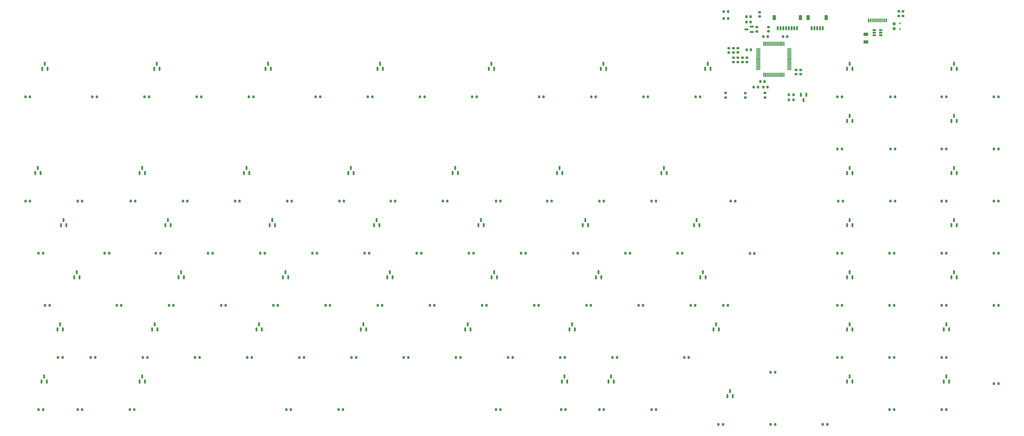
<source format=gbr>
%TF.GenerationSoftware,KiCad,Pcbnew,8.0.5*%
%TF.CreationDate,2024-09-24T18:12:57+02:00*%
%TF.ProjectId,E80-1800-pcb-universal,4538302d-3138-4303-902d-7063622d756e,rev?*%
%TF.SameCoordinates,Original*%
%TF.FileFunction,Paste,Bot*%
%TF.FilePolarity,Positive*%
%FSLAX46Y46*%
G04 Gerber Fmt 4.6, Leading zero omitted, Abs format (unit mm)*
G04 Created by KiCad (PCBNEW 8.0.5) date 2024-09-24 18:12:57*
%MOMM*%
%LPD*%
G01*
G04 APERTURE LIST*
G04 Aperture macros list*
%AMRoundRect*
0 Rectangle with rounded corners*
0 $1 Rounding radius*
0 $2 $3 $4 $5 $6 $7 $8 $9 X,Y pos of 4 corners*
0 Add a 4 corners polygon primitive as box body*
4,1,4,$2,$3,$4,$5,$6,$7,$8,$9,$2,$3,0*
0 Add four circle primitives for the rounded corners*
1,1,$1+$1,$2,$3*
1,1,$1+$1,$4,$5*
1,1,$1+$1,$6,$7*
1,1,$1+$1,$8,$9*
0 Add four rect primitives between the rounded corners*
20,1,$1+$1,$2,$3,$4,$5,0*
20,1,$1+$1,$4,$5,$6,$7,0*
20,1,$1+$1,$6,$7,$8,$9,0*
20,1,$1+$1,$8,$9,$2,$3,0*%
G04 Aperture macros list end*
%ADD10RoundRect,0.225000X0.225000X0.250000X-0.225000X0.250000X-0.225000X-0.250000X0.225000X-0.250000X0*%
%ADD11RoundRect,0.200000X-0.200000X-0.275000X0.200000X-0.275000X0.200000X0.275000X-0.200000X0.275000X0*%
%ADD12RoundRect,0.200000X0.275000X-0.200000X0.275000X0.200000X-0.275000X0.200000X-0.275000X-0.200000X0*%
%ADD13RoundRect,0.075000X-0.700000X-0.075000X0.700000X-0.075000X0.700000X0.075000X-0.700000X0.075000X0*%
%ADD14RoundRect,0.075000X-0.075000X-0.700000X0.075000X-0.700000X0.075000X0.700000X-0.075000X0.700000X0*%
%ADD15RoundRect,0.150000X0.150000X-0.587500X0.150000X0.587500X-0.150000X0.587500X-0.150000X-0.587500X0*%
%ADD16RoundRect,0.200000X0.200000X0.275000X-0.200000X0.275000X-0.200000X-0.275000X0.200000X-0.275000X0*%
%ADD17RoundRect,0.150000X0.475000X0.150000X-0.475000X0.150000X-0.475000X-0.150000X0.475000X-0.150000X0*%
%ADD18RoundRect,0.225000X-0.225000X-0.250000X0.225000X-0.250000X0.225000X0.250000X-0.225000X0.250000X0*%
%ADD19R,0.600000X1.450000*%
%ADD20R,0.300000X1.450000*%
%ADD21RoundRect,0.237500X0.237500X-0.287500X0.237500X0.287500X-0.237500X0.287500X-0.237500X-0.287500X0*%
%ADD22RoundRect,0.225000X0.250000X-0.225000X0.250000X0.225000X-0.250000X0.225000X-0.250000X-0.225000X0*%
%ADD23RoundRect,0.150000X0.587500X0.150000X-0.587500X0.150000X-0.587500X-0.150000X0.587500X-0.150000X0*%
%ADD24RoundRect,0.200000X-0.275000X0.200000X-0.275000X-0.200000X0.275000X-0.200000X0.275000X0.200000X0*%
%ADD25RoundRect,0.150000X-0.150000X0.587500X-0.150000X-0.587500X0.150000X-0.587500X0.150000X0.587500X0*%
%ADD26RoundRect,0.225000X-0.250000X0.225000X-0.250000X-0.225000X0.250000X-0.225000X0.250000X0.225000X0*%
%ADD27RoundRect,0.250000X0.625000X-0.375000X0.625000X0.375000X-0.625000X0.375000X-0.625000X-0.375000X0*%
%ADD28RoundRect,0.150000X-0.150000X-0.625000X0.150000X-0.625000X0.150000X0.625000X-0.150000X0.625000X0*%
%ADD29RoundRect,0.250000X-0.350000X-0.650000X0.350000X-0.650000X0.350000X0.650000X-0.350000X0.650000X0*%
%ADD30RoundRect,0.112500X-0.112500X0.187500X-0.112500X-0.187500X0.112500X-0.187500X0.112500X0.187500X0*%
G04 APERTURE END LIST*
D10*
%TO.C,C11*%
X276125750Y16971500D03*
X274575750Y16971500D03*
%TD*%
%TO.C,C10*%
X283262390Y16971500D03*
X281712390Y16971500D03*
%TD*%
D11*
%TO.C,R3*%
X283884890Y-4265000D03*
X285534890Y-4265000D03*
%TD*%
%TO.C,R10*%
X270990750Y-1536500D03*
X272640750Y-1536500D03*
%TD*%
D12*
%TO.C,R12*%
X265247492Y7620500D03*
X265247492Y9270500D03*
%TD*%
D13*
%TO.C,U3*%
X272677250Y4949500D03*
X272677250Y5449500D03*
X272677250Y5949500D03*
X272677250Y6449500D03*
X272677250Y6949500D03*
X272677250Y7449500D03*
X272677250Y7949500D03*
X272677250Y8449500D03*
X272677250Y8949500D03*
X272677250Y9449500D03*
X272677250Y9949500D03*
X272677250Y10449500D03*
X272677250Y10949500D03*
X272677250Y11449500D03*
X272677250Y11949500D03*
X272677250Y12449500D03*
D14*
X274602250Y14374500D03*
X275102250Y14374500D03*
X275602250Y14374500D03*
X276102250Y14374500D03*
X276602250Y14374500D03*
X277102250Y14374500D03*
X277602250Y14374500D03*
X278102250Y14374500D03*
X278602250Y14374500D03*
X279102250Y14374500D03*
X279602250Y14374500D03*
X280102250Y14374500D03*
X280602250Y14374500D03*
X281102250Y14374500D03*
X281602250Y14374500D03*
X282102250Y14374500D03*
D13*
X284027250Y12449500D03*
X284027250Y11949500D03*
X284027250Y11449500D03*
X284027250Y10949500D03*
X284027250Y10449500D03*
X284027250Y9949500D03*
X284027250Y9449500D03*
X284027250Y8949500D03*
X284027250Y8449500D03*
X284027250Y7949500D03*
X284027250Y7449500D03*
X284027250Y6949500D03*
X284027250Y6449500D03*
X284027250Y5949500D03*
X284027250Y5449500D03*
X284027250Y4949500D03*
D14*
X282102250Y3024500D03*
X281602250Y3024500D03*
X281102250Y3024500D03*
X280602250Y3024500D03*
X280102250Y3024500D03*
X279602250Y3024500D03*
X279102250Y3024500D03*
X278602250Y3024500D03*
X278102250Y3024500D03*
X277602250Y3024500D03*
X277102250Y3024500D03*
X276602250Y3024500D03*
X276102250Y3024500D03*
X275602250Y3024500D03*
X275102250Y3024500D03*
X274602250Y3024500D03*
%TD*%
D15*
%TO.C,D5*%
X13142000Y5158500D03*
X11242000Y5158500D03*
X12192000Y7033500D03*
%TD*%
%TO.C,D6*%
X54036000Y5158500D03*
X52136000Y5158500D03*
X53086000Y7033500D03*
%TD*%
%TO.C,D8*%
X135570000Y5158500D03*
X133670000Y5158500D03*
X134620000Y7033500D03*
%TD*%
%TO.C,D9*%
X176210000Y5158500D03*
X174310000Y5158500D03*
X175260000Y7033500D03*
%TD*%
%TO.C,D10*%
X217104000Y5158500D03*
X215204000Y5158500D03*
X216154000Y7033500D03*
%TD*%
%TO.C,D11*%
X255204000Y5158500D03*
X253304000Y5158500D03*
X254254000Y7033500D03*
%TD*%
%TO.C,D13*%
X345120000Y5158500D03*
X343220000Y5158500D03*
X344170000Y7033500D03*
%TD*%
%TO.C,D7*%
X94676000Y5158500D03*
X92776000Y5158500D03*
X93726000Y7033500D03*
%TD*%
%TO.C,D12*%
X307020000Y5158500D03*
X305120000Y5158500D03*
X306070000Y7033500D03*
%TD*%
%TO.C,D14*%
X307020000Y-13891500D03*
X305120000Y-13891500D03*
X306070000Y-12016500D03*
%TD*%
%TO.C,D15*%
X345120000Y-13891500D03*
X343220000Y-13891500D03*
X344170000Y-12016500D03*
%TD*%
%TO.C,D16*%
X10602000Y-32941500D03*
X8702000Y-32941500D03*
X9652000Y-31066500D03*
%TD*%
%TO.C,D17*%
X48702000Y-32941500D03*
X46802000Y-32941500D03*
X47752000Y-31066500D03*
%TD*%
%TO.C,D18*%
X86802000Y-32941500D03*
X84902000Y-32941500D03*
X85852000Y-31066500D03*
%TD*%
%TO.C,D19*%
X124902000Y-32941500D03*
X123002000Y-32941500D03*
X123952000Y-31066500D03*
%TD*%
%TO.C,D20*%
X163002000Y-32941500D03*
X161102000Y-32941500D03*
X162052000Y-31066500D03*
%TD*%
%TO.C,D21*%
X201102000Y-32941500D03*
X199202000Y-32941500D03*
X200152000Y-31066500D03*
%TD*%
%TO.C,D22*%
X239202000Y-32941500D03*
X237302000Y-32941500D03*
X238252000Y-31066500D03*
%TD*%
%TO.C,D23*%
X307020000Y-32941500D03*
X305120000Y-32941500D03*
X306070000Y-31066500D03*
%TD*%
%TO.C,D24*%
X345120000Y-32941500D03*
X343220000Y-32941500D03*
X344170000Y-31066500D03*
%TD*%
%TO.C,D25*%
X20000000Y-51991500D03*
X18100000Y-51991500D03*
X19050000Y-50116500D03*
%TD*%
%TO.C,D26*%
X58100000Y-51991500D03*
X56200000Y-51991500D03*
X57150000Y-50116500D03*
%TD*%
%TO.C,D27*%
X96200000Y-51991500D03*
X94300000Y-51991500D03*
X95250000Y-50116500D03*
%TD*%
%TO.C,D28*%
X134300000Y-51991500D03*
X132400000Y-51991500D03*
X133350000Y-50116500D03*
%TD*%
%TO.C,D29*%
X172400000Y-51991500D03*
X170500000Y-51991500D03*
X171450000Y-50116500D03*
%TD*%
%TO.C,D30*%
X210500000Y-51991500D03*
X208600000Y-51991500D03*
X209550000Y-50116500D03*
%TD*%
%TO.C,D31*%
X251140000Y-51991500D03*
X249240000Y-51991500D03*
X250190000Y-50116500D03*
%TD*%
%TO.C,D32*%
X307020000Y-51991500D03*
X305120000Y-51991500D03*
X306070000Y-50116500D03*
%TD*%
%TO.C,D33*%
X345120000Y-51991500D03*
X343220000Y-51991500D03*
X344170000Y-50116500D03*
%TD*%
%TO.C,D34*%
X24826000Y-71041500D03*
X22926000Y-71041500D03*
X23876000Y-69166500D03*
%TD*%
%TO.C,D35*%
X62926000Y-71041500D03*
X61026000Y-71041500D03*
X61976000Y-69166500D03*
%TD*%
%TO.C,D36*%
X101026000Y-71041500D03*
X99126000Y-71041500D03*
X100076000Y-69166500D03*
%TD*%
%TO.C,D38*%
X177226000Y-71041500D03*
X175326000Y-71041500D03*
X176276000Y-69166500D03*
%TD*%
%TO.C,D39*%
X215326000Y-71041500D03*
X213426000Y-71041500D03*
X214376000Y-69166500D03*
%TD*%
%TO.C,D40*%
X253426000Y-71041500D03*
X251526000Y-71041500D03*
X252476000Y-69166500D03*
%TD*%
%TO.C,D41*%
X307020000Y-71041500D03*
X305120000Y-71041500D03*
X306070000Y-69166500D03*
%TD*%
%TO.C,D42*%
X345120000Y-71041500D03*
X343220000Y-71041500D03*
X344170000Y-69166500D03*
%TD*%
%TO.C,D37*%
X139126000Y-71041500D03*
X137226000Y-71041500D03*
X138176000Y-69166500D03*
%TD*%
D16*
%TO.C,R43*%
X140128125Y-43180000D03*
X138478125Y-43180000D03*
%TD*%
%TO.C,R51*%
X322609640Y-43180000D03*
X320959640Y-43180000D03*
%TD*%
%TO.C,R48*%
X235378125Y-43180000D03*
X233728125Y-43180000D03*
%TD*%
%TO.C,R44*%
X159178125Y-43180000D03*
X157528125Y-43180000D03*
%TD*%
%TO.C,R38*%
X45193750Y-43180000D03*
X43543750Y-43180000D03*
%TD*%
%TO.C,R50*%
X303559640Y-43180000D03*
X301909640Y-43180000D03*
%TD*%
%TO.C,R47*%
X216328125Y-43180000D03*
X214678125Y-43180000D03*
%TD*%
%TO.C,R46*%
X197278125Y-43180000D03*
X195628125Y-43180000D03*
%TD*%
%TO.C,R33*%
X322609640Y-24130000D03*
X320959640Y-24130000D03*
%TD*%
%TO.C,R42*%
X121393750Y-43180000D03*
X119743750Y-43180000D03*
%TD*%
%TO.C,R39*%
X64243750Y-43180000D03*
X62593750Y-43180000D03*
%TD*%
%TO.C,R37*%
X25828125Y-43180000D03*
X24178125Y-43180000D03*
%TD*%
%TO.C,R34*%
X341344015Y-24130000D03*
X339694015Y-24130000D03*
%TD*%
%TO.C,R32*%
X303244015Y-24130000D03*
X301594015Y-24130000D03*
%TD*%
D15*
%TO.C,D43*%
X18730000Y-90091500D03*
X16830000Y-90091500D03*
X17780000Y-88216500D03*
%TD*%
%TO.C,D44*%
X53274000Y-90091500D03*
X51374000Y-90091500D03*
X52324000Y-88216500D03*
%TD*%
%TO.C,D45*%
X91374000Y-90091500D03*
X89474000Y-90091500D03*
X90424000Y-88216500D03*
%TD*%
%TO.C,D46*%
X129474000Y-90091500D03*
X127574000Y-90091500D03*
X128524000Y-88216500D03*
%TD*%
%TO.C,D47*%
X167574000Y-90091500D03*
X165674000Y-90091500D03*
X166624000Y-88216500D03*
%TD*%
%TO.C,D48*%
X205674000Y-90091500D03*
X203774000Y-90091500D03*
X204724000Y-88216500D03*
%TD*%
%TO.C,D49*%
X258252000Y-90091500D03*
X256352000Y-90091500D03*
X257302000Y-88216500D03*
%TD*%
D16*
%TO.C,R40*%
X83293750Y-43180000D03*
X81643750Y-43180000D03*
%TD*%
%TO.C,R36*%
X6778125Y-43180000D03*
X5128125Y-43180000D03*
%TD*%
%TO.C,R41*%
X102343750Y-43180000D03*
X100693750Y-43180000D03*
%TD*%
%TO.C,R45*%
X178543750Y-43180000D03*
X176893750Y-43180000D03*
%TD*%
%TO.C,R49*%
X264268750Y-43180000D03*
X262618750Y-43180000D03*
%TD*%
%TO.C,R52*%
X341344015Y-43180000D03*
X339694015Y-43180000D03*
%TD*%
%TO.C,R25*%
X213351720Y-5080000D03*
X211701720Y-5080000D03*
%TD*%
%TO.C,R26*%
X232401720Y-5080000D03*
X230751720Y-5080000D03*
%TD*%
%TO.C,R27*%
X251451720Y-5080000D03*
X249801720Y-5080000D03*
%TD*%
%TO.C,R23*%
X169893839Y-5080000D03*
X168243839Y-5080000D03*
%TD*%
%TO.C,R22*%
X150843839Y-5080000D03*
X149193839Y-5080000D03*
%TD*%
%TO.C,R21*%
X131793839Y-5080000D03*
X130143839Y-5080000D03*
%TD*%
%TO.C,R20*%
X112743839Y-5080000D03*
X111093839Y-5080000D03*
%TD*%
%TO.C,R17*%
X50235958Y-5080000D03*
X48585958Y-5080000D03*
%TD*%
%TO.C,R15*%
X6778125Y-5080000D03*
X5128125Y-5080000D03*
%TD*%
D15*
%TO.C,D51*%
X342326000Y-90091500D03*
X340426000Y-90091500D03*
X341376000Y-88216500D03*
%TD*%
%TO.C,D50*%
X307020000Y-90091500D03*
X305120000Y-90091500D03*
X306070000Y-88216500D03*
%TD*%
%TO.C,D52*%
X12888000Y-109141500D03*
X10988000Y-109141500D03*
X11938000Y-107266500D03*
%TD*%
%TO.C,D53*%
X48702000Y-109141500D03*
X46802000Y-109141500D03*
X47752000Y-107266500D03*
%TD*%
%TO.C,D54*%
X202880000Y-109141500D03*
X200980000Y-109141500D03*
X201930000Y-107266500D03*
%TD*%
%TO.C,D55*%
X219898000Y-109141500D03*
X217998000Y-109141500D03*
X218948000Y-107266500D03*
%TD*%
%TO.C,D56*%
X263332000Y-114475500D03*
X261432000Y-114475500D03*
X262382000Y-112600500D03*
%TD*%
%TO.C,D57*%
X307020000Y-109141500D03*
X305120000Y-109141500D03*
X306070000Y-107266500D03*
%TD*%
%TO.C,D58*%
X342326000Y-109141500D03*
X340426000Y-109141500D03*
X341376000Y-107266500D03*
%TD*%
D16*
%TO.C,R16*%
X31185958Y-5080000D03*
X29535958Y-5080000D03*
%TD*%
%TO.C,R18*%
X69285958Y-5080000D03*
X67635958Y-5080000D03*
%TD*%
%TO.C,R19*%
X88335958Y-5080000D03*
X86685958Y-5080000D03*
%TD*%
%TO.C,R28*%
X303244015Y-5080000D03*
X301594015Y-5080000D03*
%TD*%
%TO.C,R29*%
X322609640Y-5080000D03*
X320959640Y-5080000D03*
%TD*%
%TO.C,R30*%
X341344015Y-5080000D03*
X339694015Y-5080000D03*
%TD*%
%TO.C,R24*%
X194301720Y-5080000D03*
X192651720Y-5080000D03*
%TD*%
%TO.C,R54*%
X11540670Y-62230080D03*
X9890670Y-62230080D03*
%TD*%
%TO.C,R55*%
X35668900Y-62230080D03*
X34018900Y-62230080D03*
%TD*%
%TO.C,R61*%
X149653750Y-62230080D03*
X148003750Y-62230080D03*
%TD*%
%TO.C,R62*%
X168703830Y-62230080D03*
X167053830Y-62230080D03*
%TD*%
%TO.C,R64*%
X206803990Y-62230080D03*
X205153990Y-62230080D03*
%TD*%
%TO.C,R65*%
X225854070Y-62230080D03*
X224204070Y-62230080D03*
%TD*%
%TO.C,R66*%
X244904150Y-62230080D03*
X243254150Y-62230080D03*
%TD*%
%TO.C,R86*%
X303244040Y-81280320D03*
X301594040Y-81280320D03*
%TD*%
%TO.C,R107*%
X360394280Y-109855440D03*
X358744280Y-109855440D03*
%TD*%
%TO.C,R119*%
X297886335Y-124737913D03*
X296236335Y-124737913D03*
%TD*%
%TO.C,R111*%
X121078630Y-119380320D03*
X119428630Y-119380320D03*
%TD*%
%TO.C,R70*%
X341344200Y-62230240D03*
X339694200Y-62230240D03*
%TD*%
%TO.C,R105*%
X322294120Y-100330400D03*
X320644120Y-100330400D03*
%TD*%
%TO.C,R104*%
X303244040Y-100330400D03*
X301594040Y-100330400D03*
%TD*%
%TO.C,R71*%
X360394280Y-62230240D03*
X358744280Y-62230240D03*
%TD*%
%TO.C,R89*%
X360394280Y-81280320D03*
X358744280Y-81280320D03*
%TD*%
%TO.C,R88*%
X341344200Y-81280320D03*
X339694200Y-81280320D03*
%TD*%
%TO.C,R121*%
X341344200Y-119380480D03*
X339694200Y-119380480D03*
%TD*%
%TO.C,R106*%
X341344200Y-100330400D03*
X339694200Y-100330400D03*
%TD*%
%TO.C,R120*%
X322294120Y-119380480D03*
X320644120Y-119380480D03*
%TD*%
%TO.C,R87*%
X322294120Y-81280320D03*
X320644120Y-81280320D03*
%TD*%
%TO.C,R69*%
X322294120Y-62230240D03*
X320644120Y-62230240D03*
%TD*%
%TO.C,R68*%
X303244040Y-62230240D03*
X301594040Y-62230240D03*
%TD*%
%TO.C,R58*%
X92503510Y-62230080D03*
X90853510Y-62230080D03*
%TD*%
%TO.C,R112*%
X102028550Y-119380320D03*
X100378550Y-119380320D03*
%TD*%
%TO.C,R59*%
X111553590Y-62230080D03*
X109903590Y-62230080D03*
%TD*%
%TO.C,R56*%
X54403350Y-62230080D03*
X52753350Y-62230080D03*
%TD*%
%TO.C,R57*%
X73453430Y-62230080D03*
X71803430Y-62230080D03*
%TD*%
%TO.C,R60*%
X130603670Y-62230080D03*
X128953670Y-62230080D03*
%TD*%
%TO.C,R63*%
X187753910Y-62230080D03*
X186103910Y-62230080D03*
%TD*%
%TO.C,R67*%
X271246025Y-62253913D03*
X269596025Y-62253913D03*
%TD*%
%TO.C,R109*%
X25828230Y-119380320D03*
X24178230Y-119380320D03*
%TD*%
%TO.C,R72*%
X13921930Y-81280160D03*
X12271930Y-81280160D03*
%TD*%
%TO.C,R74*%
X59165870Y-81280160D03*
X57515870Y-81280160D03*
%TD*%
%TO.C,R75*%
X78215950Y-81280160D03*
X76565950Y-81280160D03*
%TD*%
%TO.C,R77*%
X116316110Y-81280160D03*
X114666110Y-81280160D03*
%TD*%
%TO.C,R78*%
X135366190Y-81280160D03*
X133716190Y-81280160D03*
%TD*%
%TO.C,R79*%
X154416270Y-81280160D03*
X152766270Y-81280160D03*
%TD*%
%TO.C,R80*%
X173466350Y-81280160D03*
X171816350Y-81280160D03*
%TD*%
%TO.C,R83*%
X230616590Y-81280160D03*
X228966590Y-81280160D03*
%TD*%
%TO.C,R84*%
X249666670Y-81280160D03*
X248016670Y-81280160D03*
%TD*%
%TO.C,R85*%
X261572970Y-81280160D03*
X259922970Y-81280160D03*
%TD*%
%TO.C,R82*%
X211566510Y-81280160D03*
X209916510Y-81280160D03*
%TD*%
%TO.C,R81*%
X192516430Y-81280160D03*
X190866430Y-81280160D03*
%TD*%
%TO.C,R73*%
X40115790Y-81280160D03*
X38465790Y-81280160D03*
%TD*%
%TO.C,R76*%
X97266030Y-81280160D03*
X95616030Y-81280160D03*
%TD*%
%TO.C,R115*%
X216329030Y-119380320D03*
X214679030Y-119380320D03*
%TD*%
%TO.C,R108*%
X11540670Y-119380320D03*
X9890670Y-119380320D03*
%TD*%
%TO.C,R113*%
X178544500Y-119380320D03*
X176894500Y-119380320D03*
%TD*%
%TO.C,R116*%
X235379110Y-119380320D03*
X233729110Y-119380320D03*
%TD*%
%TO.C,R110*%
X44878310Y-119380320D03*
X43228310Y-119380320D03*
%TD*%
%TO.C,R114*%
X202357100Y-119380320D03*
X200707100Y-119380320D03*
%TD*%
%TO.C,R93*%
X68690910Y-100330240D03*
X67040910Y-100330240D03*
%TD*%
%TO.C,R94*%
X87740990Y-100330240D03*
X86090990Y-100330240D03*
%TD*%
%TO.C,R95*%
X106791070Y-100330240D03*
X105141070Y-100330240D03*
%TD*%
%TO.C,R96*%
X125841150Y-100330240D03*
X124191150Y-100330240D03*
%TD*%
%TO.C,R98*%
X163941310Y-100330240D03*
X162291310Y-100330240D03*
%TD*%
%TO.C,R99*%
X182991390Y-100330240D03*
X181341390Y-100330240D03*
%TD*%
%TO.C,R100*%
X202041470Y-100330240D03*
X200391470Y-100330240D03*
%TD*%
%TO.C,R101*%
X221091550Y-100330240D03*
X219441550Y-100330240D03*
%TD*%
%TO.C,R102*%
X247285410Y-100330240D03*
X245635410Y-100330240D03*
%TD*%
%TO.C,R117*%
X259786175Y-124737913D03*
X258136175Y-124737913D03*
%TD*%
%TO.C,R103*%
X278836255Y-105687833D03*
X277186255Y-105687833D03*
%TD*%
%TO.C,R118*%
X278836255Y-124737913D03*
X277186255Y-124737913D03*
%TD*%
%TO.C,R97*%
X144891230Y-100330240D03*
X143241230Y-100330240D03*
%TD*%
%TO.C,R92*%
X49640830Y-100330240D03*
X47990830Y-100330240D03*
%TD*%
%TO.C,R90*%
X18684450Y-100330240D03*
X17034450Y-100330240D03*
%TD*%
%TO.C,R91*%
X30590750Y-100330240D03*
X28940750Y-100330240D03*
%TD*%
%TO.C,R31*%
X360394280Y-5079840D03*
X358744280Y-5079840D03*
%TD*%
%TO.C,R35*%
X360394280Y-24129920D03*
X358744280Y-24129920D03*
%TD*%
%TO.C,R53*%
X360394280Y-43180000D03*
X358744280Y-43180000D03*
%TD*%
D17*
%TO.C,U1*%
X317380890Y19367000D03*
X317380890Y18417000D03*
X317380890Y17467000D03*
X315030890Y17467000D03*
X315030890Y18417000D03*
X315030890Y19367000D03*
%TD*%
D10*
%TO.C,C13*%
X276090750Y-1536500D03*
X274540750Y-1536500D03*
%TD*%
%TO.C,C7*%
X270015000Y12129008D03*
X268465000Y12129008D03*
%TD*%
D18*
%TO.C,C9*%
X273439250Y571500D03*
X274989250Y571500D03*
%TD*%
D19*
%TO.C,J4*%
X312955890Y22855000D03*
X313755890Y22855000D03*
D20*
X314955890Y22855000D03*
X315955890Y22855000D03*
X316455890Y22855000D03*
X317455890Y22855000D03*
D19*
X318655890Y22855000D03*
X319455890Y22855000D03*
X319455890Y22855000D03*
X318655890Y22855000D03*
D20*
X317955890Y22855000D03*
X316955890Y22855000D03*
X315455890Y22855000D03*
X314455890Y22855000D03*
D19*
X313755890Y22855000D03*
X312955890Y22855000D03*
%TD*%
D12*
%TO.C,R6*%
X325555890Y24530000D03*
X325555890Y26180000D03*
%TD*%
%TO.C,R5*%
X323955890Y24530000D03*
X323955890Y26180000D03*
%TD*%
D21*
%TO.C,L1*%
X322301890Y19873500D03*
X322301890Y21623500D03*
%TD*%
D11*
%TO.C,R4*%
X283884890Y-6159500D03*
X285534890Y-6159500D03*
%TD*%
D12*
%TO.C,R7*%
X260732290Y-5295400D03*
X260732290Y-3645400D03*
%TD*%
%TO.C,R8*%
X267945890Y-5319500D03*
X267945890Y-3669500D03*
%TD*%
%TO.C,R9*%
X275159490Y-5295400D03*
X275159490Y-3645400D03*
%TD*%
D22*
%TO.C,C8*%
X276407890Y18871140D03*
X276407890Y20421140D03*
%TD*%
D18*
%TO.C,C1*%
X268353890Y24198500D03*
X269903890Y24198500D03*
%TD*%
%TO.C,C3*%
X268355390Y22298500D03*
X269905390Y22298500D03*
%TD*%
D23*
%TO.C,U2*%
X270280390Y20563860D03*
X270280390Y18663860D03*
X268405390Y19613860D03*
%TD*%
D22*
%TO.C,C6*%
X286448500Y3243008D03*
X286448500Y4793008D03*
%TD*%
D24*
%TO.C,R14*%
X263596492Y12763000D03*
X263596492Y11113000D03*
%TD*%
D25*
%TO.C,Q1*%
X288282750Y-4327500D03*
X290182750Y-4327500D03*
X289232750Y-6202500D03*
%TD*%
D22*
%TO.C,C12*%
X268549492Y7670500D03*
X268549492Y9220500D03*
%TD*%
D26*
%TO.C,C15*%
X265247492Y12713000D03*
X265247492Y11163000D03*
%TD*%
D16*
%TO.C,R1*%
X261710992Y23558500D03*
X260060992Y23558500D03*
%TD*%
D12*
%TO.C,R13*%
X261945492Y11113000D03*
X261945492Y12763000D03*
%TD*%
D26*
%TO.C,C14*%
X266898492Y9220500D03*
X266898492Y7670500D03*
%TD*%
D27*
%TO.C,F1*%
X311951390Y14983000D03*
X311951390Y17783000D03*
%TD*%
D28*
%TO.C,J2*%
X292185992Y20000000D03*
X293185992Y20000000D03*
X294185992Y20000000D03*
X295185992Y20000000D03*
X296185992Y20000000D03*
D29*
X290885992Y23875000D03*
X297485992Y23875000D03*
%TD*%
D28*
%TO.C,J1*%
X279837000Y20000000D03*
X280837000Y20000000D03*
X281837000Y20000000D03*
X282837000Y20000000D03*
X283837000Y20000000D03*
X284837000Y20000000D03*
X285837000Y20000000D03*
X286837000Y20000000D03*
D29*
X278537000Y23875000D03*
X288137000Y23875000D03*
%TD*%
D24*
%TO.C,R11*%
X263596492Y9270500D03*
X263596492Y7620500D03*
%TD*%
D22*
%TO.C,C4*%
X272200390Y18846500D03*
X272200390Y20396500D03*
%TD*%
%TO.C,C5*%
X288168000Y3243008D03*
X288168000Y4793008D03*
%TD*%
D16*
%TO.C,R2*%
X261710992Y26098500D03*
X260060992Y26098500D03*
%TD*%
D30*
%TO.C,D1*%
X324391390Y21798500D03*
X324391390Y19698500D03*
%TD*%
D26*
%TO.C,C2*%
X273152890Y25848500D03*
X273152890Y24298500D03*
%TD*%
M02*

</source>
